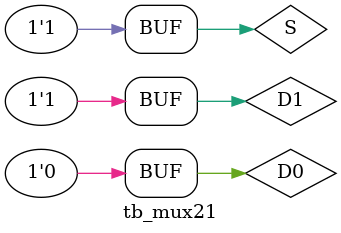
<source format=v>
`timescale 1ns / 1ps

module tb_mux21;
    reg D0;
    reg D1;
    reg S;
    wire Y;
    
    mux21 instant
    (
        .D0(D0),
        .D1(D1),
        .S(S),
        .Y(Y)
    );
    
    initial
      begin
        D0 = 1'b0;
        D1 = 1'b1;
        S = 1'b0;
        #20;
        
        D0 = 1'b0;
        D1 = 1'b1;
        S = 1'b1;
        #20;
      end
        
endmodule

</source>
